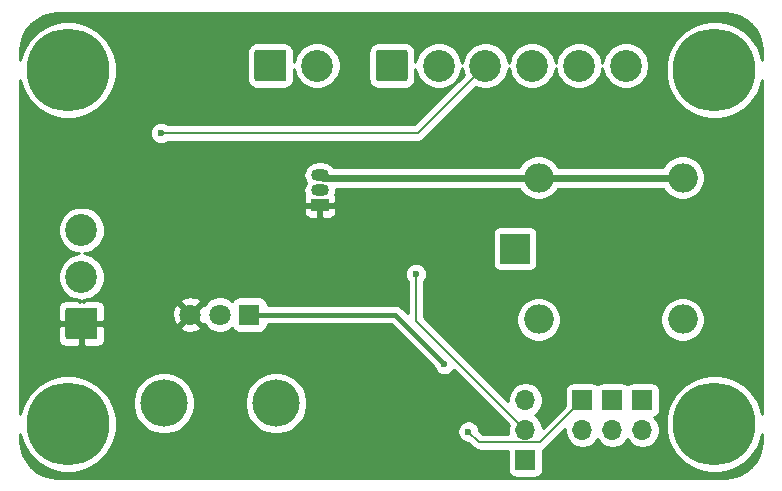
<source format=gbr>
G04 #@! TF.GenerationSoftware,KiCad,Pcbnew,(5.1.7)-1*
G04 #@! TF.CreationDate,2020-12-21T12:07:40-05:00*
G04 #@! TF.ProjectId,Fan Controller v3.0,46616e20-436f-46e7-9472-6f6c6c657220,A*
G04 #@! TF.SameCoordinates,Original*
G04 #@! TF.FileFunction,Copper,L2,Bot*
G04 #@! TF.FilePolarity,Positive*
%FSLAX46Y46*%
G04 Gerber Fmt 4.6, Leading zero omitted, Abs format (unit mm)*
G04 Created by KiCad (PCBNEW (5.1.7)-1) date 2020-12-21 12:07:40*
%MOMM*%
%LPD*%
G01*
G04 APERTURE LIST*
G04 #@! TA.AperFunction,ComponentPad*
%ADD10C,7.000000*%
G04 #@! TD*
G04 #@! TA.AperFunction,ComponentPad*
%ADD11R,1.500000X1.050000*%
G04 #@! TD*
G04 #@! TA.AperFunction,ComponentPad*
%ADD12O,1.500000X1.050000*%
G04 #@! TD*
G04 #@! TA.AperFunction,ComponentPad*
%ADD13R,1.800000X1.800000*%
G04 #@! TD*
G04 #@! TA.AperFunction,ComponentPad*
%ADD14C,1.800000*%
G04 #@! TD*
G04 #@! TA.AperFunction,ComponentPad*
%ADD15O,4.000000X4.000000*%
G04 #@! TD*
G04 #@! TA.AperFunction,ComponentPad*
%ADD16O,2.500000X2.500000*%
G04 #@! TD*
G04 #@! TA.AperFunction,ComponentPad*
%ADD17R,2.500000X2.500000*%
G04 #@! TD*
G04 #@! TA.AperFunction,ComponentPad*
%ADD18O,1.700000X1.700000*%
G04 #@! TD*
G04 #@! TA.AperFunction,ComponentPad*
%ADD19R,1.700000X1.700000*%
G04 #@! TD*
G04 #@! TA.AperFunction,ComponentPad*
%ADD20C,2.700000*%
G04 #@! TD*
G04 #@! TA.AperFunction,ViaPad*
%ADD21C,0.600000*%
G04 #@! TD*
G04 #@! TA.AperFunction,Conductor*
%ADD22C,0.400000*%
G04 #@! TD*
G04 #@! TA.AperFunction,Conductor*
%ADD23C,0.600000*%
G04 #@! TD*
G04 #@! TA.AperFunction,Conductor*
%ADD24C,0.200000*%
G04 #@! TD*
G04 #@! TA.AperFunction,Conductor*
%ADD25C,0.127000*%
G04 #@! TD*
G04 #@! TA.AperFunction,Conductor*
%ADD26C,0.254000*%
G04 #@! TD*
G04 #@! TA.AperFunction,Conductor*
%ADD27C,0.152400*%
G04 #@! TD*
G04 APERTURE END LIST*
D10*
G04 #@! TO.P,REF\u002A\u002A,1*
G04 #@! TO.N,N/C*
X144399000Y-43561000D03*
G04 #@! TD*
G04 #@! TO.P,REF\u002A\u002A,1*
G04 #@! TO.N,N/C*
X199136000Y-73533000D03*
G04 #@! TD*
G04 #@! TO.P,REF\u002A\u002A,1*
G04 #@! TO.N,N/C*
X199136000Y-43561000D03*
G04 #@! TD*
G04 #@! TO.P,REF\u002A\u002A,1*
G04 #@! TO.N,N/C*
X144399000Y-73533000D03*
G04 #@! TD*
D11*
G04 #@! TO.P,U1,1*
G04 #@! TO.N,+3V3*
X165735000Y-54991000D03*
D12*
G04 #@! TO.P,U1,3*
G04 #@! TO.N,+12V*
X165735000Y-52451000D03*
G04 #@! TO.P,U1,2*
G04 #@! TO.N,FAN_GND*
X165735000Y-53721000D03*
G04 #@! TD*
D13*
G04 #@! TO.P,RV1,1*
G04 #@! TO.N,FAN_GND*
X159766000Y-64262000D03*
D14*
G04 #@! TO.P,RV1,2*
G04 #@! TO.N,POT_WIPER*
X157266000Y-64262000D03*
G04 #@! TO.P,RV1,3*
G04 #@! TO.N,+3V3*
X154766000Y-64262000D03*
D15*
G04 #@! TO.P,RV1,*
G04 #@! TO.N,*
X162016000Y-71762000D03*
X152516000Y-71762000D03*
G04 #@! TD*
D16*
G04 #@! TO.P,K1,5*
G04 #@! TO.N,+12V*
X184245000Y-52674000D03*
G04 #@! TO.P,K1,4*
X196445000Y-52674000D03*
G04 #@! TO.P,K1,3*
G04 #@! TO.N,N/C*
X196445000Y-64674000D03*
G04 #@! TO.P,K1,2*
G04 #@! TO.N,Net-(D1-Pad2)*
X184245000Y-64674000D03*
D17*
G04 #@! TO.P,K1,1*
G04 #@! TO.N,FAN_12P*
X182245000Y-58674000D03*
G04 #@! TD*
D18*
G04 #@! TO.P,JP4,3*
G04 #@! TO.N,FAN_GND*
X183134000Y-71501000D03*
G04 #@! TO.P,JP4,2*
G04 #@! TO.N,TIMER_RUNNING_N*
X183134000Y-74041000D03*
D19*
G04 #@! TO.P,JP4,1*
G04 #@! TO.N,Net-(JP4-Pad1)*
X183134000Y-76581000D03*
G04 #@! TD*
D18*
G04 #@! TO.P,JP3,2*
G04 #@! TO.N,Net-(JP3-Pad2)*
X187960000Y-74041000D03*
D19*
G04 #@! TO.P,JP3,1*
G04 #@! TO.N,Net-(JP1-Pad1)*
X187960000Y-71501000D03*
G04 #@! TD*
D18*
G04 #@! TO.P,JP2,2*
G04 #@! TO.N,Net-(JP2-Pad2)*
X190500000Y-74041000D03*
D19*
G04 #@! TO.P,JP2,1*
G04 #@! TO.N,Net-(JP1-Pad1)*
X190500000Y-71501000D03*
G04 #@! TD*
D18*
G04 #@! TO.P,JP1,2*
G04 #@! TO.N,Net-(JP1-Pad2)*
X193040000Y-74041000D03*
D19*
G04 #@! TO.P,JP1,1*
G04 #@! TO.N,Net-(JP1-Pad1)*
X193040000Y-71501000D03*
G04 #@! TD*
D20*
G04 #@! TO.P,J3,6*
G04 #@! TO.N,Net-(J3-Pad6)*
X191631000Y-43180000D03*
G04 #@! TO.P,J3,5*
G04 #@! TO.N,FAN_GND*
X187671000Y-43180000D03*
G04 #@! TO.P,J3,4*
G04 #@! TO.N,Net-(J3-Pad4)*
X183711000Y-43180000D03*
G04 #@! TO.P,J3,3*
G04 #@! TO.N,FAN_PWM*
X179751000Y-43180000D03*
G04 #@! TO.P,J3,2*
G04 #@! TO.N,FAN_GND*
X175791000Y-43180000D03*
G04 #@! TO.P,J3,1*
G04 #@! TO.N,FAN_12P*
G04 #@! TA.AperFunction,ComponentPad*
G36*
G01*
X170481000Y-44279999D02*
X170481000Y-42080001D01*
G75*
G02*
X170731001Y-41830000I250001J0D01*
G01*
X172930999Y-41830000D01*
G75*
G02*
X173181000Y-42080001I0J-250001D01*
G01*
X173181000Y-44279999D01*
G75*
G02*
X172930999Y-44530000I-250001J0D01*
G01*
X170731001Y-44530000D01*
G75*
G02*
X170481000Y-44279999I0J250001D01*
G01*
G37*
G04 #@! TD.AperFunction*
G04 #@! TD*
G04 #@! TO.P,J2,3*
G04 #@! TO.N,FAN_GND*
X145542000Y-57104000D03*
G04 #@! TO.P,J2,2*
G04 #@! TO.N,POT_WIPER*
X145542000Y-61064000D03*
G04 #@! TO.P,J2,1*
G04 #@! TO.N,+3V3*
G04 #@! TA.AperFunction,ComponentPad*
G36*
G01*
X146641999Y-66374000D02*
X144442001Y-66374000D01*
G75*
G02*
X144192000Y-66123999I0J250001D01*
G01*
X144192000Y-63924001D01*
G75*
G02*
X144442001Y-63674000I250001J0D01*
G01*
X146641999Y-63674000D01*
G75*
G02*
X146892000Y-63924001I0J-250001D01*
G01*
X146892000Y-66123999D01*
G75*
G02*
X146641999Y-66374000I-250001J0D01*
G01*
G37*
G04 #@! TD.AperFunction*
G04 #@! TD*
G04 #@! TO.P,J1,2*
G04 #@! TO.N,FAN_GND*
X165504000Y-43180000D03*
G04 #@! TO.P,J1,1*
G04 #@! TO.N,Net-(F1-Pad2)*
G04 #@! TA.AperFunction,ComponentPad*
G36*
G01*
X160194000Y-44279999D02*
X160194000Y-42080001D01*
G75*
G02*
X160444001Y-41830000I250001J0D01*
G01*
X162643999Y-41830000D01*
G75*
G02*
X162894000Y-42080001I0J-250001D01*
G01*
X162894000Y-44279999D01*
G75*
G02*
X162643999Y-44530000I-250001J0D01*
G01*
X160444001Y-44530000D01*
G75*
G02*
X160194000Y-44279999I0J250001D01*
G01*
G37*
G04 #@! TD.AperFunction*
G04 #@! TD*
D21*
G04 #@! TO.N,FAN_GND*
X176276000Y-68453000D03*
G04 #@! TO.N,+3V3*
X176276000Y-70358000D03*
X168021000Y-67818000D03*
X168275000Y-61595000D03*
X176784000Y-60833000D03*
X148971000Y-52070000D03*
G04 #@! TO.N,FAN_PWM*
X152273000Y-48895000D03*
G04 #@! TO.N,Net-(JP1-Pad1)*
X178308000Y-74168000D03*
G04 #@! TO.N,TIMER_RUNNING_N*
X173863000Y-60833000D03*
G04 #@! TD*
D22*
G04 #@! TO.N,FAN_GND*
X172085000Y-64262000D02*
X176276000Y-68453000D01*
X159766000Y-64262000D02*
X172085000Y-64262000D01*
D23*
G04 #@! TO.N,+12V*
X165958000Y-52674000D02*
X165735000Y-52451000D01*
X184245000Y-52674000D02*
X165958000Y-52674000D01*
X184245000Y-52674000D02*
X196445000Y-52674000D01*
D24*
G04 #@! TO.N,FAN_PWM*
X174036000Y-48895000D02*
X179751000Y-43180000D01*
X152273000Y-48895000D02*
X174036000Y-48895000D01*
D25*
G04 #@! TO.N,Net-(JP1-Pad1)*
X179221501Y-75081501D02*
X184379499Y-75081501D01*
X184379499Y-75081501D02*
X187960000Y-71501000D01*
X178308000Y-74168000D02*
X179221501Y-75081501D01*
G04 #@! TO.N,TIMER_RUNNING_N*
X173863000Y-64770000D02*
X183134000Y-74041000D01*
X173863000Y-60833000D02*
X173863000Y-64770000D01*
G04 #@! TD*
D26*
G04 #@! TO.N,+3V3*
X200637380Y-38817231D02*
X201226446Y-38995080D01*
X201769740Y-39283954D01*
X202246580Y-39672855D01*
X202638801Y-40146968D01*
X202931462Y-40688234D01*
X203113419Y-41276040D01*
X203180950Y-41918562D01*
X203180950Y-42701027D01*
X203112094Y-42354865D01*
X202800389Y-41602343D01*
X202347864Y-40925091D01*
X201771909Y-40349136D01*
X201094657Y-39896611D01*
X200342135Y-39584906D01*
X199543262Y-39426000D01*
X198728738Y-39426000D01*
X197929865Y-39584906D01*
X197177343Y-39896611D01*
X196500091Y-40349136D01*
X195924136Y-40925091D01*
X195471611Y-41602343D01*
X195159906Y-42354865D01*
X195001000Y-43153738D01*
X195001000Y-43968262D01*
X195159906Y-44767135D01*
X195471611Y-45519657D01*
X195924136Y-46196909D01*
X196500091Y-46772864D01*
X197177343Y-47225389D01*
X197929865Y-47537094D01*
X198728738Y-47696000D01*
X199543262Y-47696000D01*
X200342135Y-47537094D01*
X201094657Y-47225389D01*
X201771909Y-46772864D01*
X202347864Y-46196909D01*
X202800389Y-45519657D01*
X203112094Y-44767135D01*
X203180950Y-44420973D01*
X203180951Y-72673032D01*
X203112094Y-72326865D01*
X202800389Y-71574343D01*
X202347864Y-70897091D01*
X201771909Y-70321136D01*
X201094657Y-69868611D01*
X200342135Y-69556906D01*
X199543262Y-69398000D01*
X198728738Y-69398000D01*
X197929865Y-69556906D01*
X197177343Y-69868611D01*
X196500091Y-70321136D01*
X195924136Y-70897091D01*
X195471611Y-71574343D01*
X195159906Y-72326865D01*
X195001000Y-73125738D01*
X195001000Y-73940262D01*
X195159906Y-74739135D01*
X195471611Y-75491657D01*
X195924136Y-76168909D01*
X196500091Y-76744864D01*
X197177343Y-77197389D01*
X197929865Y-77509094D01*
X198728738Y-77668000D01*
X199543262Y-77668000D01*
X200342135Y-77509094D01*
X201094657Y-77197389D01*
X201771909Y-76744864D01*
X202347864Y-76168909D01*
X202800389Y-75491657D01*
X203112094Y-74739135D01*
X203180951Y-74392968D01*
X203180951Y-74898006D01*
X203117769Y-75542380D01*
X202939920Y-76131445D01*
X202651046Y-76674741D01*
X202262145Y-77151580D01*
X201788033Y-77543799D01*
X201246765Y-77836462D01*
X200658960Y-78018419D01*
X200016438Y-78085950D01*
X143541983Y-78085950D01*
X142897620Y-78022769D01*
X142308555Y-77844920D01*
X141765259Y-77556046D01*
X141288420Y-77167145D01*
X140896201Y-76693033D01*
X140603538Y-76151765D01*
X140421581Y-75563960D01*
X140354050Y-74921438D01*
X140354050Y-74392973D01*
X140422906Y-74739135D01*
X140734611Y-75491657D01*
X141187136Y-76168909D01*
X141763091Y-76744864D01*
X142440343Y-77197389D01*
X143192865Y-77509094D01*
X143991738Y-77668000D01*
X144806262Y-77668000D01*
X145605135Y-77509094D01*
X146357657Y-77197389D01*
X147034909Y-76744864D01*
X147610864Y-76168909D01*
X148063389Y-75491657D01*
X148375094Y-74739135D01*
X148534000Y-73940262D01*
X148534000Y-73125738D01*
X148375094Y-72326865D01*
X148063389Y-71574343D01*
X148015369Y-71502475D01*
X149881000Y-71502475D01*
X149881000Y-72021525D01*
X149982261Y-72530601D01*
X150180893Y-73010141D01*
X150469262Y-73441715D01*
X150836285Y-73808738D01*
X151267859Y-74097107D01*
X151747399Y-74295739D01*
X152256475Y-74397000D01*
X152775525Y-74397000D01*
X153284601Y-74295739D01*
X153764141Y-74097107D01*
X154195715Y-73808738D01*
X154562738Y-73441715D01*
X154851107Y-73010141D01*
X155049739Y-72530601D01*
X155151000Y-72021525D01*
X155151000Y-71502475D01*
X159381000Y-71502475D01*
X159381000Y-72021525D01*
X159482261Y-72530601D01*
X159680893Y-73010141D01*
X159969262Y-73441715D01*
X160336285Y-73808738D01*
X160767859Y-74097107D01*
X161247399Y-74295739D01*
X161756475Y-74397000D01*
X162275525Y-74397000D01*
X162784601Y-74295739D01*
X163264141Y-74097107D01*
X163695715Y-73808738D01*
X164062738Y-73441715D01*
X164351107Y-73010141D01*
X164549739Y-72530601D01*
X164651000Y-72021525D01*
X164651000Y-71502475D01*
X164549739Y-70993399D01*
X164351107Y-70513859D01*
X164062738Y-70082285D01*
X163695715Y-69715262D01*
X163264141Y-69426893D01*
X162784601Y-69228261D01*
X162275525Y-69127000D01*
X161756475Y-69127000D01*
X161247399Y-69228261D01*
X160767859Y-69426893D01*
X160336285Y-69715262D01*
X159969262Y-70082285D01*
X159680893Y-70513859D01*
X159482261Y-70993399D01*
X159381000Y-71502475D01*
X155151000Y-71502475D01*
X155049739Y-70993399D01*
X154851107Y-70513859D01*
X154562738Y-70082285D01*
X154195715Y-69715262D01*
X153764141Y-69426893D01*
X153284601Y-69228261D01*
X152775525Y-69127000D01*
X152256475Y-69127000D01*
X151747399Y-69228261D01*
X151267859Y-69426893D01*
X150836285Y-69715262D01*
X150469262Y-70082285D01*
X150180893Y-70513859D01*
X149982261Y-70993399D01*
X149881000Y-71502475D01*
X148015369Y-71502475D01*
X147610864Y-70897091D01*
X147034909Y-70321136D01*
X146357657Y-69868611D01*
X145605135Y-69556906D01*
X144806262Y-69398000D01*
X143991738Y-69398000D01*
X143192865Y-69556906D01*
X142440343Y-69868611D01*
X141763091Y-70321136D01*
X141187136Y-70897091D01*
X140734611Y-71574343D01*
X140422906Y-72326865D01*
X140354050Y-72673027D01*
X140354050Y-66374000D01*
X143553928Y-66374000D01*
X143566188Y-66498482D01*
X143602498Y-66618180D01*
X143661463Y-66728494D01*
X143740815Y-66825185D01*
X143837506Y-66904537D01*
X143947820Y-66963502D01*
X144067518Y-66999812D01*
X144192000Y-67012072D01*
X145256250Y-67009000D01*
X145415000Y-66850250D01*
X145415000Y-65151000D01*
X145669000Y-65151000D01*
X145669000Y-66850250D01*
X145827750Y-67009000D01*
X146892000Y-67012072D01*
X147016482Y-66999812D01*
X147136180Y-66963502D01*
X147246494Y-66904537D01*
X147343185Y-66825185D01*
X147422537Y-66728494D01*
X147481502Y-66618180D01*
X147517812Y-66498482D01*
X147530072Y-66374000D01*
X147527048Y-65326080D01*
X153881525Y-65326080D01*
X153965208Y-65580261D01*
X154237775Y-65711158D01*
X154530642Y-65786365D01*
X154832553Y-65802991D01*
X155131907Y-65760397D01*
X155417199Y-65660222D01*
X155566792Y-65580261D01*
X155650475Y-65326080D01*
X154766000Y-64441605D01*
X153881525Y-65326080D01*
X147527048Y-65326080D01*
X147527000Y-65309750D01*
X147368250Y-65151000D01*
X145669000Y-65151000D01*
X145415000Y-65151000D01*
X143715750Y-65151000D01*
X143557000Y-65309750D01*
X143553928Y-66374000D01*
X140354050Y-66374000D01*
X140354050Y-63674000D01*
X143553928Y-63674000D01*
X143557000Y-64738250D01*
X143715750Y-64897000D01*
X145415000Y-64897000D01*
X145415000Y-64877000D01*
X145669000Y-64877000D01*
X145669000Y-64897000D01*
X147368250Y-64897000D01*
X147527000Y-64738250D01*
X147528182Y-64328553D01*
X153225009Y-64328553D01*
X153267603Y-64627907D01*
X153367778Y-64913199D01*
X153447739Y-65062792D01*
X153701920Y-65146475D01*
X154586395Y-64262000D01*
X154945605Y-64262000D01*
X155830080Y-65146475D01*
X155978262Y-65097690D01*
X156073688Y-65240505D01*
X156287495Y-65454312D01*
X156538905Y-65622299D01*
X156818257Y-65738011D01*
X157114816Y-65797000D01*
X157417184Y-65797000D01*
X157713743Y-65738011D01*
X157993095Y-65622299D01*
X158244505Y-65454312D01*
X158282120Y-65416697D01*
X158335463Y-65516494D01*
X158414815Y-65613185D01*
X158511506Y-65692537D01*
X158621820Y-65751502D01*
X158741518Y-65787812D01*
X158866000Y-65800072D01*
X160666000Y-65800072D01*
X160790482Y-65787812D01*
X160910180Y-65751502D01*
X161020494Y-65692537D01*
X161117185Y-65613185D01*
X161196537Y-65516494D01*
X161255502Y-65406180D01*
X161291812Y-65286482D01*
X161304072Y-65162000D01*
X161304072Y-65097000D01*
X171739133Y-65097000D01*
X175383346Y-68741214D01*
X175447414Y-68895889D01*
X175549738Y-69049028D01*
X175679972Y-69179262D01*
X175833111Y-69281586D01*
X176003271Y-69352068D01*
X176183911Y-69388000D01*
X176368089Y-69388000D01*
X176548729Y-69352068D01*
X176718889Y-69281586D01*
X176872028Y-69179262D01*
X177002262Y-69049028D01*
X177063120Y-68957947D01*
X181708102Y-73602930D01*
X181706068Y-73607842D01*
X181649000Y-73894740D01*
X181649000Y-74187260D01*
X181687936Y-74383001D01*
X179510829Y-74383001D01*
X179243000Y-74115173D01*
X179243000Y-74075911D01*
X179207068Y-73895271D01*
X179136586Y-73725111D01*
X179034262Y-73571972D01*
X178904028Y-73441738D01*
X178750889Y-73339414D01*
X178580729Y-73268932D01*
X178400089Y-73233000D01*
X178215911Y-73233000D01*
X178035271Y-73268932D01*
X177865111Y-73339414D01*
X177711972Y-73441738D01*
X177581738Y-73571972D01*
X177479414Y-73725111D01*
X177408932Y-73895271D01*
X177373000Y-74075911D01*
X177373000Y-74260089D01*
X177408932Y-74440729D01*
X177479414Y-74610889D01*
X177581738Y-74764028D01*
X177711972Y-74894262D01*
X177865111Y-74996586D01*
X178035271Y-75067068D01*
X178215911Y-75103000D01*
X178255173Y-75103000D01*
X178703330Y-75551158D01*
X178725198Y-75577804D01*
X178751844Y-75599672D01*
X178751847Y-75599675D01*
X178831558Y-75665092D01*
X178952904Y-75729953D01*
X179084571Y-75769894D01*
X179187192Y-75780001D01*
X179187203Y-75780001D01*
X179221501Y-75783379D01*
X179255799Y-75780001D01*
X181645928Y-75780001D01*
X181645928Y-77431000D01*
X181658188Y-77555482D01*
X181694498Y-77675180D01*
X181753463Y-77785494D01*
X181832815Y-77882185D01*
X181929506Y-77961537D01*
X182039820Y-78020502D01*
X182159518Y-78056812D01*
X182284000Y-78069072D01*
X183984000Y-78069072D01*
X184108482Y-78056812D01*
X184228180Y-78020502D01*
X184338494Y-77961537D01*
X184435185Y-77882185D01*
X184514537Y-77785494D01*
X184573502Y-77675180D01*
X184609812Y-77555482D01*
X184622072Y-77431000D01*
X184622072Y-75737847D01*
X184648096Y-75729953D01*
X184769442Y-75665092D01*
X184875802Y-75577804D01*
X184897674Y-75551153D01*
X186475000Y-73973828D01*
X186475000Y-74187260D01*
X186532068Y-74474158D01*
X186644010Y-74744411D01*
X186806525Y-74987632D01*
X187013368Y-75194475D01*
X187256589Y-75356990D01*
X187526842Y-75468932D01*
X187813740Y-75526000D01*
X188106260Y-75526000D01*
X188393158Y-75468932D01*
X188663411Y-75356990D01*
X188906632Y-75194475D01*
X189113475Y-74987632D01*
X189230000Y-74813240D01*
X189346525Y-74987632D01*
X189553368Y-75194475D01*
X189796589Y-75356990D01*
X190066842Y-75468932D01*
X190353740Y-75526000D01*
X190646260Y-75526000D01*
X190933158Y-75468932D01*
X191203411Y-75356990D01*
X191446632Y-75194475D01*
X191653475Y-74987632D01*
X191770000Y-74813240D01*
X191886525Y-74987632D01*
X192093368Y-75194475D01*
X192336589Y-75356990D01*
X192606842Y-75468932D01*
X192893740Y-75526000D01*
X193186260Y-75526000D01*
X193473158Y-75468932D01*
X193743411Y-75356990D01*
X193986632Y-75194475D01*
X194193475Y-74987632D01*
X194355990Y-74744411D01*
X194467932Y-74474158D01*
X194525000Y-74187260D01*
X194525000Y-73894740D01*
X194467932Y-73607842D01*
X194355990Y-73337589D01*
X194193475Y-73094368D01*
X194061620Y-72962513D01*
X194134180Y-72940502D01*
X194244494Y-72881537D01*
X194341185Y-72802185D01*
X194420537Y-72705494D01*
X194479502Y-72595180D01*
X194515812Y-72475482D01*
X194528072Y-72351000D01*
X194528072Y-70651000D01*
X194515812Y-70526518D01*
X194479502Y-70406820D01*
X194420537Y-70296506D01*
X194341185Y-70199815D01*
X194244494Y-70120463D01*
X194134180Y-70061498D01*
X194014482Y-70025188D01*
X193890000Y-70012928D01*
X192190000Y-70012928D01*
X192065518Y-70025188D01*
X191945820Y-70061498D01*
X191835506Y-70120463D01*
X191770000Y-70174222D01*
X191704494Y-70120463D01*
X191594180Y-70061498D01*
X191474482Y-70025188D01*
X191350000Y-70012928D01*
X189650000Y-70012928D01*
X189525518Y-70025188D01*
X189405820Y-70061498D01*
X189295506Y-70120463D01*
X189230000Y-70174222D01*
X189164494Y-70120463D01*
X189054180Y-70061498D01*
X188934482Y-70025188D01*
X188810000Y-70012928D01*
X187110000Y-70012928D01*
X186985518Y-70025188D01*
X186865820Y-70061498D01*
X186755506Y-70120463D01*
X186658815Y-70199815D01*
X186579463Y-70296506D01*
X186520498Y-70406820D01*
X186484188Y-70526518D01*
X186471928Y-70651000D01*
X186471928Y-72001244D01*
X184612269Y-73860903D01*
X184561932Y-73607842D01*
X184449990Y-73337589D01*
X184287475Y-73094368D01*
X184080632Y-72887525D01*
X183906240Y-72771000D01*
X184080632Y-72654475D01*
X184287475Y-72447632D01*
X184449990Y-72204411D01*
X184561932Y-71934158D01*
X184619000Y-71647260D01*
X184619000Y-71354740D01*
X184561932Y-71067842D01*
X184449990Y-70797589D01*
X184287475Y-70554368D01*
X184080632Y-70347525D01*
X183837411Y-70185010D01*
X183567158Y-70073068D01*
X183280260Y-70016000D01*
X182987740Y-70016000D01*
X182700842Y-70073068D01*
X182430589Y-70185010D01*
X182187368Y-70347525D01*
X181980525Y-70554368D01*
X181818010Y-70797589D01*
X181706068Y-71067842D01*
X181649000Y-71354740D01*
X181649000Y-71568172D01*
X174569172Y-64488344D01*
X182360000Y-64488344D01*
X182360000Y-64859656D01*
X182432439Y-65223834D01*
X182574534Y-65566882D01*
X182780825Y-65875618D01*
X183043382Y-66138175D01*
X183352118Y-66344466D01*
X183695166Y-66486561D01*
X184059344Y-66559000D01*
X184430656Y-66559000D01*
X184794834Y-66486561D01*
X185137882Y-66344466D01*
X185446618Y-66138175D01*
X185709175Y-65875618D01*
X185915466Y-65566882D01*
X186057561Y-65223834D01*
X186130000Y-64859656D01*
X186130000Y-64488344D01*
X194560000Y-64488344D01*
X194560000Y-64859656D01*
X194632439Y-65223834D01*
X194774534Y-65566882D01*
X194980825Y-65875618D01*
X195243382Y-66138175D01*
X195552118Y-66344466D01*
X195895166Y-66486561D01*
X196259344Y-66559000D01*
X196630656Y-66559000D01*
X196994834Y-66486561D01*
X197337882Y-66344466D01*
X197646618Y-66138175D01*
X197909175Y-65875618D01*
X198115466Y-65566882D01*
X198257561Y-65223834D01*
X198330000Y-64859656D01*
X198330000Y-64488344D01*
X198257561Y-64124166D01*
X198115466Y-63781118D01*
X197909175Y-63472382D01*
X197646618Y-63209825D01*
X197337882Y-63003534D01*
X196994834Y-62861439D01*
X196630656Y-62789000D01*
X196259344Y-62789000D01*
X195895166Y-62861439D01*
X195552118Y-63003534D01*
X195243382Y-63209825D01*
X194980825Y-63472382D01*
X194774534Y-63781118D01*
X194632439Y-64124166D01*
X194560000Y-64488344D01*
X186130000Y-64488344D01*
X186057561Y-64124166D01*
X185915466Y-63781118D01*
X185709175Y-63472382D01*
X185446618Y-63209825D01*
X185137882Y-63003534D01*
X184794834Y-62861439D01*
X184430656Y-62789000D01*
X184059344Y-62789000D01*
X183695166Y-62861439D01*
X183352118Y-63003534D01*
X183043382Y-63209825D01*
X182780825Y-63472382D01*
X182574534Y-63781118D01*
X182432439Y-64124166D01*
X182360000Y-64488344D01*
X174569172Y-64488344D01*
X174561500Y-64480673D01*
X174561500Y-61456790D01*
X174589262Y-61429028D01*
X174691586Y-61275889D01*
X174762068Y-61105729D01*
X174798000Y-60925089D01*
X174798000Y-60740911D01*
X174762068Y-60560271D01*
X174691586Y-60390111D01*
X174589262Y-60236972D01*
X174459028Y-60106738D01*
X174305889Y-60004414D01*
X174135729Y-59933932D01*
X173955089Y-59898000D01*
X173770911Y-59898000D01*
X173590271Y-59933932D01*
X173420111Y-60004414D01*
X173266972Y-60106738D01*
X173136738Y-60236972D01*
X173034414Y-60390111D01*
X172963932Y-60560271D01*
X172928000Y-60740911D01*
X172928000Y-60925089D01*
X172963932Y-61105729D01*
X173034414Y-61275889D01*
X173136738Y-61429028D01*
X173164500Y-61456790D01*
X173164501Y-64160634D01*
X172704446Y-63700579D01*
X172678291Y-63668709D01*
X172551146Y-63564364D01*
X172406087Y-63486828D01*
X172248689Y-63439082D01*
X172126019Y-63427000D01*
X172126018Y-63427000D01*
X172085000Y-63422960D01*
X172043982Y-63427000D01*
X161304072Y-63427000D01*
X161304072Y-63362000D01*
X161291812Y-63237518D01*
X161255502Y-63117820D01*
X161196537Y-63007506D01*
X161117185Y-62910815D01*
X161020494Y-62831463D01*
X160910180Y-62772498D01*
X160790482Y-62736188D01*
X160666000Y-62723928D01*
X158866000Y-62723928D01*
X158741518Y-62736188D01*
X158621820Y-62772498D01*
X158511506Y-62831463D01*
X158414815Y-62910815D01*
X158335463Y-63007506D01*
X158282120Y-63107303D01*
X158244505Y-63069688D01*
X157993095Y-62901701D01*
X157713743Y-62785989D01*
X157417184Y-62727000D01*
X157114816Y-62727000D01*
X156818257Y-62785989D01*
X156538905Y-62901701D01*
X156287495Y-63069688D01*
X156073688Y-63283495D01*
X155978262Y-63426310D01*
X155830080Y-63377525D01*
X154945605Y-64262000D01*
X154586395Y-64262000D01*
X153701920Y-63377525D01*
X153447739Y-63461208D01*
X153316842Y-63733775D01*
X153241635Y-64026642D01*
X153225009Y-64328553D01*
X147528182Y-64328553D01*
X147530072Y-63674000D01*
X147517812Y-63549518D01*
X147481502Y-63429820D01*
X147422537Y-63319506D01*
X147343185Y-63222815D01*
X147312851Y-63197920D01*
X153881525Y-63197920D01*
X154766000Y-64082395D01*
X155650475Y-63197920D01*
X155566792Y-62943739D01*
X155294225Y-62812842D01*
X155001358Y-62737635D01*
X154699447Y-62721009D01*
X154400093Y-62763603D01*
X154114801Y-62863778D01*
X153965208Y-62943739D01*
X153881525Y-63197920D01*
X147312851Y-63197920D01*
X147246494Y-63143463D01*
X147136180Y-63084498D01*
X147016482Y-63048188D01*
X146892000Y-63035928D01*
X145827750Y-63039000D01*
X145669002Y-63197748D01*
X145669002Y-63049000D01*
X145737505Y-63049000D01*
X146121003Y-62972718D01*
X146482250Y-62823085D01*
X146807364Y-62605851D01*
X147083851Y-62329364D01*
X147301085Y-62004250D01*
X147450718Y-61643003D01*
X147527000Y-61259505D01*
X147527000Y-60868495D01*
X147450718Y-60484997D01*
X147301085Y-60123750D01*
X147083851Y-59798636D01*
X146807364Y-59522149D01*
X146482250Y-59304915D01*
X146121003Y-59155282D01*
X145762642Y-59084000D01*
X146121003Y-59012718D01*
X146482250Y-58863085D01*
X146807364Y-58645851D01*
X147083851Y-58369364D01*
X147301085Y-58044250D01*
X147450718Y-57683003D01*
X147502236Y-57424000D01*
X180356928Y-57424000D01*
X180356928Y-59924000D01*
X180369188Y-60048482D01*
X180405498Y-60168180D01*
X180464463Y-60278494D01*
X180543815Y-60375185D01*
X180640506Y-60454537D01*
X180750820Y-60513502D01*
X180870518Y-60549812D01*
X180995000Y-60562072D01*
X183495000Y-60562072D01*
X183619482Y-60549812D01*
X183739180Y-60513502D01*
X183849494Y-60454537D01*
X183946185Y-60375185D01*
X184025537Y-60278494D01*
X184084502Y-60168180D01*
X184120812Y-60048482D01*
X184133072Y-59924000D01*
X184133072Y-57424000D01*
X184120812Y-57299518D01*
X184084502Y-57179820D01*
X184025537Y-57069506D01*
X183946185Y-56972815D01*
X183849494Y-56893463D01*
X183739180Y-56834498D01*
X183619482Y-56798188D01*
X183495000Y-56785928D01*
X180995000Y-56785928D01*
X180870518Y-56798188D01*
X180750820Y-56834498D01*
X180640506Y-56893463D01*
X180543815Y-56972815D01*
X180464463Y-57069506D01*
X180405498Y-57179820D01*
X180369188Y-57299518D01*
X180356928Y-57424000D01*
X147502236Y-57424000D01*
X147527000Y-57299505D01*
X147527000Y-56908495D01*
X147450718Y-56524997D01*
X147301085Y-56163750D01*
X147083851Y-55838636D01*
X146807364Y-55562149D01*
X146738298Y-55516000D01*
X164346928Y-55516000D01*
X164359188Y-55640482D01*
X164395498Y-55760180D01*
X164454463Y-55870494D01*
X164533815Y-55967185D01*
X164630506Y-56046537D01*
X164740820Y-56105502D01*
X164860518Y-56141812D01*
X164985000Y-56154072D01*
X165449250Y-56151000D01*
X165608000Y-55992250D01*
X165608000Y-55118000D01*
X165862000Y-55118000D01*
X165862000Y-55992250D01*
X166020750Y-56151000D01*
X166485000Y-56154072D01*
X166609482Y-56141812D01*
X166729180Y-56105502D01*
X166839494Y-56046537D01*
X166936185Y-55967185D01*
X167015537Y-55870494D01*
X167074502Y-55760180D01*
X167110812Y-55640482D01*
X167123072Y-55516000D01*
X167120000Y-55276750D01*
X166961250Y-55118000D01*
X165862000Y-55118000D01*
X165608000Y-55118000D01*
X164508750Y-55118000D01*
X164350000Y-55276750D01*
X164346928Y-55516000D01*
X146738298Y-55516000D01*
X146482250Y-55344915D01*
X146121003Y-55195282D01*
X145737505Y-55119000D01*
X145346495Y-55119000D01*
X144962997Y-55195282D01*
X144601750Y-55344915D01*
X144276636Y-55562149D01*
X144000149Y-55838636D01*
X143782915Y-56163750D01*
X143633282Y-56524997D01*
X143557000Y-56908495D01*
X143557000Y-57299505D01*
X143633282Y-57683003D01*
X143782915Y-58044250D01*
X144000149Y-58369364D01*
X144276636Y-58645851D01*
X144601750Y-58863085D01*
X144962997Y-59012718D01*
X145321358Y-59084000D01*
X144962997Y-59155282D01*
X144601750Y-59304915D01*
X144276636Y-59522149D01*
X144000149Y-59798636D01*
X143782915Y-60123750D01*
X143633282Y-60484997D01*
X143557000Y-60868495D01*
X143557000Y-61259505D01*
X143633282Y-61643003D01*
X143782915Y-62004250D01*
X144000149Y-62329364D01*
X144276636Y-62605851D01*
X144601750Y-62823085D01*
X144962997Y-62972718D01*
X145346495Y-63049000D01*
X145414998Y-63049000D01*
X145414998Y-63197748D01*
X145256250Y-63039000D01*
X144192000Y-63035928D01*
X144067518Y-63048188D01*
X143947820Y-63084498D01*
X143837506Y-63143463D01*
X143740815Y-63222815D01*
X143661463Y-63319506D01*
X143602498Y-63429820D01*
X143566188Y-63549518D01*
X143553928Y-63674000D01*
X140354050Y-63674000D01*
X140354050Y-52451000D01*
X164344388Y-52451000D01*
X164366785Y-52678400D01*
X164433115Y-52897060D01*
X164534105Y-53086000D01*
X164433115Y-53274940D01*
X164366785Y-53493600D01*
X164344388Y-53721000D01*
X164366785Y-53948400D01*
X164430093Y-54157098D01*
X164395498Y-54221820D01*
X164359188Y-54341518D01*
X164346928Y-54466000D01*
X164350000Y-54705250D01*
X164508750Y-54864000D01*
X165281891Y-54864000D01*
X165282600Y-54864215D01*
X165453021Y-54881000D01*
X166016979Y-54881000D01*
X166187400Y-54864215D01*
X166188109Y-54864000D01*
X166961250Y-54864000D01*
X167120000Y-54705250D01*
X167123072Y-54466000D01*
X167110812Y-54341518D01*
X167074502Y-54221820D01*
X167039907Y-54157098D01*
X167103215Y-53948400D01*
X167125612Y-53721000D01*
X167114581Y-53609000D01*
X182602676Y-53609000D01*
X182780825Y-53875618D01*
X183043382Y-54138175D01*
X183352118Y-54344466D01*
X183695166Y-54486561D01*
X184059344Y-54559000D01*
X184430656Y-54559000D01*
X184794834Y-54486561D01*
X185137882Y-54344466D01*
X185446618Y-54138175D01*
X185709175Y-53875618D01*
X185887324Y-53609000D01*
X194802676Y-53609000D01*
X194980825Y-53875618D01*
X195243382Y-54138175D01*
X195552118Y-54344466D01*
X195895166Y-54486561D01*
X196259344Y-54559000D01*
X196630656Y-54559000D01*
X196994834Y-54486561D01*
X197337882Y-54344466D01*
X197646618Y-54138175D01*
X197909175Y-53875618D01*
X198115466Y-53566882D01*
X198257561Y-53223834D01*
X198330000Y-52859656D01*
X198330000Y-52488344D01*
X198257561Y-52124166D01*
X198115466Y-51781118D01*
X197909175Y-51472382D01*
X197646618Y-51209825D01*
X197337882Y-51003534D01*
X196994834Y-50861439D01*
X196630656Y-50789000D01*
X196259344Y-50789000D01*
X195895166Y-50861439D01*
X195552118Y-51003534D01*
X195243382Y-51209825D01*
X194980825Y-51472382D01*
X194802676Y-51739000D01*
X185887324Y-51739000D01*
X185709175Y-51472382D01*
X185446618Y-51209825D01*
X185137882Y-51003534D01*
X184794834Y-50861439D01*
X184430656Y-50789000D01*
X184059344Y-50789000D01*
X183695166Y-50861439D01*
X183352118Y-51003534D01*
X183043382Y-51209825D01*
X182780825Y-51472382D01*
X182602676Y-51739000D01*
X166876302Y-51739000D01*
X166784212Y-51626788D01*
X166607579Y-51481829D01*
X166406060Y-51374115D01*
X166187400Y-51307785D01*
X166016979Y-51291000D01*
X165453021Y-51291000D01*
X165282600Y-51307785D01*
X165063940Y-51374115D01*
X164862421Y-51481829D01*
X164685788Y-51626788D01*
X164540829Y-51803421D01*
X164433115Y-52004940D01*
X164366785Y-52223600D01*
X164344388Y-52451000D01*
X140354050Y-52451000D01*
X140354050Y-48802911D01*
X151338000Y-48802911D01*
X151338000Y-48987089D01*
X151373932Y-49167729D01*
X151444414Y-49337889D01*
X151546738Y-49491028D01*
X151676972Y-49621262D01*
X151830111Y-49723586D01*
X152000271Y-49794068D01*
X152180911Y-49830000D01*
X152365089Y-49830000D01*
X152545729Y-49794068D01*
X152715889Y-49723586D01*
X152855951Y-49630000D01*
X173999895Y-49630000D01*
X174036000Y-49633556D01*
X174072105Y-49630000D01*
X174180085Y-49619365D01*
X174318633Y-49577337D01*
X174446320Y-49509087D01*
X174558238Y-49417238D01*
X174581259Y-49389187D01*
X178966746Y-45003701D01*
X179171997Y-45088718D01*
X179555495Y-45165000D01*
X179946505Y-45165000D01*
X180330003Y-45088718D01*
X180691250Y-44939085D01*
X181016364Y-44721851D01*
X181292851Y-44445364D01*
X181510085Y-44120250D01*
X181659718Y-43759003D01*
X181731000Y-43400642D01*
X181802282Y-43759003D01*
X181951915Y-44120250D01*
X182169149Y-44445364D01*
X182445636Y-44721851D01*
X182770750Y-44939085D01*
X183131997Y-45088718D01*
X183515495Y-45165000D01*
X183906505Y-45165000D01*
X184290003Y-45088718D01*
X184651250Y-44939085D01*
X184976364Y-44721851D01*
X185252851Y-44445364D01*
X185470085Y-44120250D01*
X185619718Y-43759003D01*
X185691000Y-43400642D01*
X185762282Y-43759003D01*
X185911915Y-44120250D01*
X186129149Y-44445364D01*
X186405636Y-44721851D01*
X186730750Y-44939085D01*
X187091997Y-45088718D01*
X187475495Y-45165000D01*
X187866505Y-45165000D01*
X188250003Y-45088718D01*
X188611250Y-44939085D01*
X188936364Y-44721851D01*
X189212851Y-44445364D01*
X189430085Y-44120250D01*
X189579718Y-43759003D01*
X189651000Y-43400642D01*
X189722282Y-43759003D01*
X189871915Y-44120250D01*
X190089149Y-44445364D01*
X190365636Y-44721851D01*
X190690750Y-44939085D01*
X191051997Y-45088718D01*
X191435495Y-45165000D01*
X191826505Y-45165000D01*
X192210003Y-45088718D01*
X192571250Y-44939085D01*
X192896364Y-44721851D01*
X193172851Y-44445364D01*
X193390085Y-44120250D01*
X193539718Y-43759003D01*
X193616000Y-43375505D01*
X193616000Y-42984495D01*
X193539718Y-42600997D01*
X193390085Y-42239750D01*
X193172851Y-41914636D01*
X192896364Y-41638149D01*
X192571250Y-41420915D01*
X192210003Y-41271282D01*
X191826505Y-41195000D01*
X191435495Y-41195000D01*
X191051997Y-41271282D01*
X190690750Y-41420915D01*
X190365636Y-41638149D01*
X190089149Y-41914636D01*
X189871915Y-42239750D01*
X189722282Y-42600997D01*
X189651000Y-42959358D01*
X189579718Y-42600997D01*
X189430085Y-42239750D01*
X189212851Y-41914636D01*
X188936364Y-41638149D01*
X188611250Y-41420915D01*
X188250003Y-41271282D01*
X187866505Y-41195000D01*
X187475495Y-41195000D01*
X187091997Y-41271282D01*
X186730750Y-41420915D01*
X186405636Y-41638149D01*
X186129149Y-41914636D01*
X185911915Y-42239750D01*
X185762282Y-42600997D01*
X185691000Y-42959358D01*
X185619718Y-42600997D01*
X185470085Y-42239750D01*
X185252851Y-41914636D01*
X184976364Y-41638149D01*
X184651250Y-41420915D01*
X184290003Y-41271282D01*
X183906505Y-41195000D01*
X183515495Y-41195000D01*
X183131997Y-41271282D01*
X182770750Y-41420915D01*
X182445636Y-41638149D01*
X182169149Y-41914636D01*
X181951915Y-42239750D01*
X181802282Y-42600997D01*
X181731000Y-42959358D01*
X181659718Y-42600997D01*
X181510085Y-42239750D01*
X181292851Y-41914636D01*
X181016364Y-41638149D01*
X180691250Y-41420915D01*
X180330003Y-41271282D01*
X179946505Y-41195000D01*
X179555495Y-41195000D01*
X179171997Y-41271282D01*
X178810750Y-41420915D01*
X178485636Y-41638149D01*
X178209149Y-41914636D01*
X177991915Y-42239750D01*
X177842282Y-42600997D01*
X177771000Y-42959358D01*
X177699718Y-42600997D01*
X177550085Y-42239750D01*
X177332851Y-41914636D01*
X177056364Y-41638149D01*
X176731250Y-41420915D01*
X176370003Y-41271282D01*
X175986505Y-41195000D01*
X175595495Y-41195000D01*
X175211997Y-41271282D01*
X174850750Y-41420915D01*
X174525636Y-41638149D01*
X174249149Y-41914636D01*
X174031915Y-42239750D01*
X173882282Y-42600997D01*
X173819072Y-42918777D01*
X173819072Y-42080001D01*
X173802008Y-41906747D01*
X173751471Y-41740150D01*
X173669405Y-41586614D01*
X173558961Y-41452039D01*
X173424386Y-41341595D01*
X173270850Y-41259529D01*
X173104253Y-41208992D01*
X172930999Y-41191928D01*
X170731001Y-41191928D01*
X170557747Y-41208992D01*
X170391150Y-41259529D01*
X170237614Y-41341595D01*
X170103039Y-41452039D01*
X169992595Y-41586614D01*
X169910529Y-41740150D01*
X169859992Y-41906747D01*
X169842928Y-42080001D01*
X169842928Y-44279999D01*
X169859992Y-44453253D01*
X169910529Y-44619850D01*
X169992595Y-44773386D01*
X170103039Y-44907961D01*
X170237614Y-45018405D01*
X170391150Y-45100471D01*
X170557747Y-45151008D01*
X170731001Y-45168072D01*
X172930999Y-45168072D01*
X173104253Y-45151008D01*
X173270850Y-45100471D01*
X173424386Y-45018405D01*
X173558961Y-44907961D01*
X173669405Y-44773386D01*
X173751471Y-44619850D01*
X173802008Y-44453253D01*
X173819072Y-44279999D01*
X173819072Y-43441223D01*
X173882282Y-43759003D01*
X174031915Y-44120250D01*
X174249149Y-44445364D01*
X174525636Y-44721851D01*
X174850750Y-44939085D01*
X175211997Y-45088718D01*
X175595495Y-45165000D01*
X175986505Y-45165000D01*
X176370003Y-45088718D01*
X176731250Y-44939085D01*
X177056364Y-44721851D01*
X177332851Y-44445364D01*
X177550085Y-44120250D01*
X177699718Y-43759003D01*
X177771000Y-43400642D01*
X177842282Y-43759003D01*
X177927299Y-43964254D01*
X173731554Y-48160000D01*
X152855951Y-48160000D01*
X152715889Y-48066414D01*
X152545729Y-47995932D01*
X152365089Y-47960000D01*
X152180911Y-47960000D01*
X152000271Y-47995932D01*
X151830111Y-48066414D01*
X151676972Y-48168738D01*
X151546738Y-48298972D01*
X151444414Y-48452111D01*
X151373932Y-48622271D01*
X151338000Y-48802911D01*
X140354050Y-48802911D01*
X140354050Y-44420973D01*
X140422906Y-44767135D01*
X140734611Y-45519657D01*
X141187136Y-46196909D01*
X141763091Y-46772864D01*
X142440343Y-47225389D01*
X143192865Y-47537094D01*
X143991738Y-47696000D01*
X144806262Y-47696000D01*
X145605135Y-47537094D01*
X146357657Y-47225389D01*
X147034909Y-46772864D01*
X147610864Y-46196909D01*
X148063389Y-45519657D01*
X148375094Y-44767135D01*
X148534000Y-43968262D01*
X148534000Y-43153738D01*
X148375094Y-42354865D01*
X148261242Y-42080001D01*
X159555928Y-42080001D01*
X159555928Y-44279999D01*
X159572992Y-44453253D01*
X159623529Y-44619850D01*
X159705595Y-44773386D01*
X159816039Y-44907961D01*
X159950614Y-45018405D01*
X160104150Y-45100471D01*
X160270747Y-45151008D01*
X160444001Y-45168072D01*
X162643999Y-45168072D01*
X162817253Y-45151008D01*
X162983850Y-45100471D01*
X163137386Y-45018405D01*
X163271961Y-44907961D01*
X163382405Y-44773386D01*
X163464471Y-44619850D01*
X163515008Y-44453253D01*
X163532072Y-44279999D01*
X163532072Y-43441223D01*
X163595282Y-43759003D01*
X163744915Y-44120250D01*
X163962149Y-44445364D01*
X164238636Y-44721851D01*
X164563750Y-44939085D01*
X164924997Y-45088718D01*
X165308495Y-45165000D01*
X165699505Y-45165000D01*
X166083003Y-45088718D01*
X166444250Y-44939085D01*
X166769364Y-44721851D01*
X167045851Y-44445364D01*
X167263085Y-44120250D01*
X167412718Y-43759003D01*
X167489000Y-43375505D01*
X167489000Y-42984495D01*
X167412718Y-42600997D01*
X167263085Y-42239750D01*
X167045851Y-41914636D01*
X166769364Y-41638149D01*
X166444250Y-41420915D01*
X166083003Y-41271282D01*
X165699505Y-41195000D01*
X165308495Y-41195000D01*
X164924997Y-41271282D01*
X164563750Y-41420915D01*
X164238636Y-41638149D01*
X163962149Y-41914636D01*
X163744915Y-42239750D01*
X163595282Y-42600997D01*
X163532072Y-42918777D01*
X163532072Y-42080001D01*
X163515008Y-41906747D01*
X163464471Y-41740150D01*
X163382405Y-41586614D01*
X163271961Y-41452039D01*
X163137386Y-41341595D01*
X162983850Y-41259529D01*
X162817253Y-41208992D01*
X162643999Y-41191928D01*
X160444001Y-41191928D01*
X160270747Y-41208992D01*
X160104150Y-41259529D01*
X159950614Y-41341595D01*
X159816039Y-41452039D01*
X159705595Y-41586614D01*
X159623529Y-41740150D01*
X159572992Y-41906747D01*
X159555928Y-42080001D01*
X148261242Y-42080001D01*
X148063389Y-41602343D01*
X147610864Y-40925091D01*
X147034909Y-40349136D01*
X146357657Y-39896611D01*
X145605135Y-39584906D01*
X144806262Y-39426000D01*
X143991738Y-39426000D01*
X143192865Y-39584906D01*
X142440343Y-39896611D01*
X141763091Y-40349136D01*
X141187136Y-40925091D01*
X140734611Y-41602343D01*
X140422906Y-42354865D01*
X140354050Y-42701027D01*
X140354050Y-41941983D01*
X140417231Y-41297620D01*
X140595080Y-40708554D01*
X140883954Y-40165260D01*
X141272855Y-39688420D01*
X141746968Y-39296199D01*
X142288234Y-39003538D01*
X142876040Y-38821581D01*
X143518562Y-38754050D01*
X199993017Y-38754050D01*
X200637380Y-38817231D01*
G04 #@! TA.AperFunction,Conductor*
D27*
G36*
X200637380Y-38817231D02*
G01*
X201226446Y-38995080D01*
X201769740Y-39283954D01*
X202246580Y-39672855D01*
X202638801Y-40146968D01*
X202931462Y-40688234D01*
X203113419Y-41276040D01*
X203180950Y-41918562D01*
X203180950Y-42701027D01*
X203112094Y-42354865D01*
X202800389Y-41602343D01*
X202347864Y-40925091D01*
X201771909Y-40349136D01*
X201094657Y-39896611D01*
X200342135Y-39584906D01*
X199543262Y-39426000D01*
X198728738Y-39426000D01*
X197929865Y-39584906D01*
X197177343Y-39896611D01*
X196500091Y-40349136D01*
X195924136Y-40925091D01*
X195471611Y-41602343D01*
X195159906Y-42354865D01*
X195001000Y-43153738D01*
X195001000Y-43968262D01*
X195159906Y-44767135D01*
X195471611Y-45519657D01*
X195924136Y-46196909D01*
X196500091Y-46772864D01*
X197177343Y-47225389D01*
X197929865Y-47537094D01*
X198728738Y-47696000D01*
X199543262Y-47696000D01*
X200342135Y-47537094D01*
X201094657Y-47225389D01*
X201771909Y-46772864D01*
X202347864Y-46196909D01*
X202800389Y-45519657D01*
X203112094Y-44767135D01*
X203180950Y-44420973D01*
X203180951Y-72673032D01*
X203112094Y-72326865D01*
X202800389Y-71574343D01*
X202347864Y-70897091D01*
X201771909Y-70321136D01*
X201094657Y-69868611D01*
X200342135Y-69556906D01*
X199543262Y-69398000D01*
X198728738Y-69398000D01*
X197929865Y-69556906D01*
X197177343Y-69868611D01*
X196500091Y-70321136D01*
X195924136Y-70897091D01*
X195471611Y-71574343D01*
X195159906Y-72326865D01*
X195001000Y-73125738D01*
X195001000Y-73940262D01*
X195159906Y-74739135D01*
X195471611Y-75491657D01*
X195924136Y-76168909D01*
X196500091Y-76744864D01*
X197177343Y-77197389D01*
X197929865Y-77509094D01*
X198728738Y-77668000D01*
X199543262Y-77668000D01*
X200342135Y-77509094D01*
X201094657Y-77197389D01*
X201771909Y-76744864D01*
X202347864Y-76168909D01*
X202800389Y-75491657D01*
X203112094Y-74739135D01*
X203180951Y-74392968D01*
X203180951Y-74898006D01*
X203117769Y-75542380D01*
X202939920Y-76131445D01*
X202651046Y-76674741D01*
X202262145Y-77151580D01*
X201788033Y-77543799D01*
X201246765Y-77836462D01*
X200658960Y-78018419D01*
X200016438Y-78085950D01*
X143541983Y-78085950D01*
X142897620Y-78022769D01*
X142308555Y-77844920D01*
X141765259Y-77556046D01*
X141288420Y-77167145D01*
X140896201Y-76693033D01*
X140603538Y-76151765D01*
X140421581Y-75563960D01*
X140354050Y-74921438D01*
X140354050Y-74392973D01*
X140422906Y-74739135D01*
X140734611Y-75491657D01*
X141187136Y-76168909D01*
X141763091Y-76744864D01*
X142440343Y-77197389D01*
X143192865Y-77509094D01*
X143991738Y-77668000D01*
X144806262Y-77668000D01*
X145605135Y-77509094D01*
X146357657Y-77197389D01*
X147034909Y-76744864D01*
X147610864Y-76168909D01*
X148063389Y-75491657D01*
X148375094Y-74739135D01*
X148534000Y-73940262D01*
X148534000Y-73125738D01*
X148375094Y-72326865D01*
X148063389Y-71574343D01*
X148015369Y-71502475D01*
X149881000Y-71502475D01*
X149881000Y-72021525D01*
X149982261Y-72530601D01*
X150180893Y-73010141D01*
X150469262Y-73441715D01*
X150836285Y-73808738D01*
X151267859Y-74097107D01*
X151747399Y-74295739D01*
X152256475Y-74397000D01*
X152775525Y-74397000D01*
X153284601Y-74295739D01*
X153764141Y-74097107D01*
X154195715Y-73808738D01*
X154562738Y-73441715D01*
X154851107Y-73010141D01*
X155049739Y-72530601D01*
X155151000Y-72021525D01*
X155151000Y-71502475D01*
X159381000Y-71502475D01*
X159381000Y-72021525D01*
X159482261Y-72530601D01*
X159680893Y-73010141D01*
X159969262Y-73441715D01*
X160336285Y-73808738D01*
X160767859Y-74097107D01*
X161247399Y-74295739D01*
X161756475Y-74397000D01*
X162275525Y-74397000D01*
X162784601Y-74295739D01*
X163264141Y-74097107D01*
X163695715Y-73808738D01*
X164062738Y-73441715D01*
X164351107Y-73010141D01*
X164549739Y-72530601D01*
X164651000Y-72021525D01*
X164651000Y-71502475D01*
X164549739Y-70993399D01*
X164351107Y-70513859D01*
X164062738Y-70082285D01*
X163695715Y-69715262D01*
X163264141Y-69426893D01*
X162784601Y-69228261D01*
X162275525Y-69127000D01*
X161756475Y-69127000D01*
X161247399Y-69228261D01*
X160767859Y-69426893D01*
X160336285Y-69715262D01*
X159969262Y-70082285D01*
X159680893Y-70513859D01*
X159482261Y-70993399D01*
X159381000Y-71502475D01*
X155151000Y-71502475D01*
X155049739Y-70993399D01*
X154851107Y-70513859D01*
X154562738Y-70082285D01*
X154195715Y-69715262D01*
X153764141Y-69426893D01*
X153284601Y-69228261D01*
X152775525Y-69127000D01*
X152256475Y-69127000D01*
X151747399Y-69228261D01*
X151267859Y-69426893D01*
X150836285Y-69715262D01*
X150469262Y-70082285D01*
X150180893Y-70513859D01*
X149982261Y-70993399D01*
X149881000Y-71502475D01*
X148015369Y-71502475D01*
X147610864Y-70897091D01*
X147034909Y-70321136D01*
X146357657Y-69868611D01*
X145605135Y-69556906D01*
X144806262Y-69398000D01*
X143991738Y-69398000D01*
X143192865Y-69556906D01*
X142440343Y-69868611D01*
X141763091Y-70321136D01*
X141187136Y-70897091D01*
X140734611Y-71574343D01*
X140422906Y-72326865D01*
X140354050Y-72673027D01*
X140354050Y-66374000D01*
X143553928Y-66374000D01*
X143566188Y-66498482D01*
X143602498Y-66618180D01*
X143661463Y-66728494D01*
X143740815Y-66825185D01*
X143837506Y-66904537D01*
X143947820Y-66963502D01*
X144067518Y-66999812D01*
X144192000Y-67012072D01*
X145256250Y-67009000D01*
X145415000Y-66850250D01*
X145415000Y-65151000D01*
X145669000Y-65151000D01*
X145669000Y-66850250D01*
X145827750Y-67009000D01*
X146892000Y-67012072D01*
X147016482Y-66999812D01*
X147136180Y-66963502D01*
X147246494Y-66904537D01*
X147343185Y-66825185D01*
X147422537Y-66728494D01*
X147481502Y-66618180D01*
X147517812Y-66498482D01*
X147530072Y-66374000D01*
X147527048Y-65326080D01*
X153881525Y-65326080D01*
X153965208Y-65580261D01*
X154237775Y-65711158D01*
X154530642Y-65786365D01*
X154832553Y-65802991D01*
X155131907Y-65760397D01*
X155417199Y-65660222D01*
X155566792Y-65580261D01*
X155650475Y-65326080D01*
X154766000Y-64441605D01*
X153881525Y-65326080D01*
X147527048Y-65326080D01*
X147527000Y-65309750D01*
X147368250Y-65151000D01*
X145669000Y-65151000D01*
X145415000Y-65151000D01*
X143715750Y-65151000D01*
X143557000Y-65309750D01*
X143553928Y-66374000D01*
X140354050Y-66374000D01*
X140354050Y-63674000D01*
X143553928Y-63674000D01*
X143557000Y-64738250D01*
X143715750Y-64897000D01*
X145415000Y-64897000D01*
X145415000Y-64877000D01*
X145669000Y-64877000D01*
X145669000Y-64897000D01*
X147368250Y-64897000D01*
X147527000Y-64738250D01*
X147528182Y-64328553D01*
X153225009Y-64328553D01*
X153267603Y-64627907D01*
X153367778Y-64913199D01*
X153447739Y-65062792D01*
X153701920Y-65146475D01*
X154586395Y-64262000D01*
X154945605Y-64262000D01*
X155830080Y-65146475D01*
X155978262Y-65097690D01*
X156073688Y-65240505D01*
X156287495Y-65454312D01*
X156538905Y-65622299D01*
X156818257Y-65738011D01*
X157114816Y-65797000D01*
X157417184Y-65797000D01*
X157713743Y-65738011D01*
X157993095Y-65622299D01*
X158244505Y-65454312D01*
X158282120Y-65416697D01*
X158335463Y-65516494D01*
X158414815Y-65613185D01*
X158511506Y-65692537D01*
X158621820Y-65751502D01*
X158741518Y-65787812D01*
X158866000Y-65800072D01*
X160666000Y-65800072D01*
X160790482Y-65787812D01*
X160910180Y-65751502D01*
X161020494Y-65692537D01*
X161117185Y-65613185D01*
X161196537Y-65516494D01*
X161255502Y-65406180D01*
X161291812Y-65286482D01*
X161304072Y-65162000D01*
X161304072Y-65097000D01*
X171739133Y-65097000D01*
X175383346Y-68741214D01*
X175447414Y-68895889D01*
X175549738Y-69049028D01*
X175679972Y-69179262D01*
X175833111Y-69281586D01*
X176003271Y-69352068D01*
X176183911Y-69388000D01*
X176368089Y-69388000D01*
X176548729Y-69352068D01*
X176718889Y-69281586D01*
X176872028Y-69179262D01*
X177002262Y-69049028D01*
X177063120Y-68957947D01*
X181708102Y-73602930D01*
X181706068Y-73607842D01*
X181649000Y-73894740D01*
X181649000Y-74187260D01*
X181687936Y-74383001D01*
X179510829Y-74383001D01*
X179243000Y-74115173D01*
X179243000Y-74075911D01*
X179207068Y-73895271D01*
X179136586Y-73725111D01*
X179034262Y-73571972D01*
X178904028Y-73441738D01*
X178750889Y-73339414D01*
X178580729Y-73268932D01*
X178400089Y-73233000D01*
X178215911Y-73233000D01*
X178035271Y-73268932D01*
X177865111Y-73339414D01*
X177711972Y-73441738D01*
X177581738Y-73571972D01*
X177479414Y-73725111D01*
X177408932Y-73895271D01*
X177373000Y-74075911D01*
X177373000Y-74260089D01*
X177408932Y-74440729D01*
X177479414Y-74610889D01*
X177581738Y-74764028D01*
X177711972Y-74894262D01*
X177865111Y-74996586D01*
X178035271Y-75067068D01*
X178215911Y-75103000D01*
X178255173Y-75103000D01*
X178703330Y-75551158D01*
X178725198Y-75577804D01*
X178751844Y-75599672D01*
X178751847Y-75599675D01*
X178831558Y-75665092D01*
X178952904Y-75729953D01*
X179084571Y-75769894D01*
X179187192Y-75780001D01*
X179187203Y-75780001D01*
X179221501Y-75783379D01*
X179255799Y-75780001D01*
X181645928Y-75780001D01*
X181645928Y-77431000D01*
X181658188Y-77555482D01*
X181694498Y-77675180D01*
X181753463Y-77785494D01*
X181832815Y-77882185D01*
X181929506Y-77961537D01*
X182039820Y-78020502D01*
X182159518Y-78056812D01*
X182284000Y-78069072D01*
X183984000Y-78069072D01*
X184108482Y-78056812D01*
X184228180Y-78020502D01*
X184338494Y-77961537D01*
X184435185Y-77882185D01*
X184514537Y-77785494D01*
X184573502Y-77675180D01*
X184609812Y-77555482D01*
X184622072Y-77431000D01*
X184622072Y-75737847D01*
X184648096Y-75729953D01*
X184769442Y-75665092D01*
X184875802Y-75577804D01*
X184897674Y-75551153D01*
X186475000Y-73973828D01*
X186475000Y-74187260D01*
X186532068Y-74474158D01*
X186644010Y-74744411D01*
X186806525Y-74987632D01*
X187013368Y-75194475D01*
X187256589Y-75356990D01*
X187526842Y-75468932D01*
X187813740Y-75526000D01*
X188106260Y-75526000D01*
X188393158Y-75468932D01*
X188663411Y-75356990D01*
X188906632Y-75194475D01*
X189113475Y-74987632D01*
X189230000Y-74813240D01*
X189346525Y-74987632D01*
X189553368Y-75194475D01*
X189796589Y-75356990D01*
X190066842Y-75468932D01*
X190353740Y-75526000D01*
X190646260Y-75526000D01*
X190933158Y-75468932D01*
X191203411Y-75356990D01*
X191446632Y-75194475D01*
X191653475Y-74987632D01*
X191770000Y-74813240D01*
X191886525Y-74987632D01*
X192093368Y-75194475D01*
X192336589Y-75356990D01*
X192606842Y-75468932D01*
X192893740Y-75526000D01*
X193186260Y-75526000D01*
X193473158Y-75468932D01*
X193743411Y-75356990D01*
X193986632Y-75194475D01*
X194193475Y-74987632D01*
X194355990Y-74744411D01*
X194467932Y-74474158D01*
X194525000Y-74187260D01*
X194525000Y-73894740D01*
X194467932Y-73607842D01*
X194355990Y-73337589D01*
X194193475Y-73094368D01*
X194061620Y-72962513D01*
X194134180Y-72940502D01*
X194244494Y-72881537D01*
X194341185Y-72802185D01*
X194420537Y-72705494D01*
X194479502Y-72595180D01*
X194515812Y-72475482D01*
X194528072Y-72351000D01*
X194528072Y-70651000D01*
X194515812Y-70526518D01*
X194479502Y-70406820D01*
X194420537Y-70296506D01*
X194341185Y-70199815D01*
X194244494Y-70120463D01*
X194134180Y-70061498D01*
X194014482Y-70025188D01*
X193890000Y-70012928D01*
X192190000Y-70012928D01*
X192065518Y-70025188D01*
X191945820Y-70061498D01*
X191835506Y-70120463D01*
X191770000Y-70174222D01*
X191704494Y-70120463D01*
X191594180Y-70061498D01*
X191474482Y-70025188D01*
X191350000Y-70012928D01*
X189650000Y-70012928D01*
X189525518Y-70025188D01*
X189405820Y-70061498D01*
X189295506Y-70120463D01*
X189230000Y-70174222D01*
X189164494Y-70120463D01*
X189054180Y-70061498D01*
X188934482Y-70025188D01*
X188810000Y-70012928D01*
X187110000Y-70012928D01*
X186985518Y-70025188D01*
X186865820Y-70061498D01*
X186755506Y-70120463D01*
X186658815Y-70199815D01*
X186579463Y-70296506D01*
X186520498Y-70406820D01*
X186484188Y-70526518D01*
X186471928Y-70651000D01*
X186471928Y-72001244D01*
X184612269Y-73860903D01*
X184561932Y-73607842D01*
X184449990Y-73337589D01*
X184287475Y-73094368D01*
X184080632Y-72887525D01*
X183906240Y-72771000D01*
X184080632Y-72654475D01*
X184287475Y-72447632D01*
X184449990Y-72204411D01*
X184561932Y-71934158D01*
X184619000Y-71647260D01*
X184619000Y-71354740D01*
X184561932Y-71067842D01*
X184449990Y-70797589D01*
X184287475Y-70554368D01*
X184080632Y-70347525D01*
X183837411Y-70185010D01*
X183567158Y-70073068D01*
X183280260Y-70016000D01*
X182987740Y-70016000D01*
X182700842Y-70073068D01*
X182430589Y-70185010D01*
X182187368Y-70347525D01*
X181980525Y-70554368D01*
X181818010Y-70797589D01*
X181706068Y-71067842D01*
X181649000Y-71354740D01*
X181649000Y-71568172D01*
X174569172Y-64488344D01*
X182360000Y-64488344D01*
X182360000Y-64859656D01*
X182432439Y-65223834D01*
X182574534Y-65566882D01*
X182780825Y-65875618D01*
X183043382Y-66138175D01*
X183352118Y-66344466D01*
X183695166Y-66486561D01*
X184059344Y-66559000D01*
X184430656Y-66559000D01*
X184794834Y-66486561D01*
X185137882Y-66344466D01*
X185446618Y-66138175D01*
X185709175Y-65875618D01*
X185915466Y-65566882D01*
X186057561Y-65223834D01*
X186130000Y-64859656D01*
X186130000Y-64488344D01*
X194560000Y-64488344D01*
X194560000Y-64859656D01*
X194632439Y-65223834D01*
X194774534Y-65566882D01*
X194980825Y-65875618D01*
X195243382Y-66138175D01*
X195552118Y-66344466D01*
X195895166Y-66486561D01*
X196259344Y-66559000D01*
X196630656Y-66559000D01*
X196994834Y-66486561D01*
X197337882Y-66344466D01*
X197646618Y-66138175D01*
X197909175Y-65875618D01*
X198115466Y-65566882D01*
X198257561Y-65223834D01*
X198330000Y-64859656D01*
X198330000Y-64488344D01*
X198257561Y-64124166D01*
X198115466Y-63781118D01*
X197909175Y-63472382D01*
X197646618Y-63209825D01*
X197337882Y-63003534D01*
X196994834Y-62861439D01*
X196630656Y-62789000D01*
X196259344Y-62789000D01*
X195895166Y-62861439D01*
X195552118Y-63003534D01*
X195243382Y-63209825D01*
X194980825Y-63472382D01*
X194774534Y-63781118D01*
X194632439Y-64124166D01*
X194560000Y-64488344D01*
X186130000Y-64488344D01*
X186057561Y-64124166D01*
X185915466Y-63781118D01*
X185709175Y-63472382D01*
X185446618Y-63209825D01*
X185137882Y-63003534D01*
X184794834Y-62861439D01*
X184430656Y-62789000D01*
X184059344Y-62789000D01*
X183695166Y-62861439D01*
X183352118Y-63003534D01*
X183043382Y-63209825D01*
X182780825Y-63472382D01*
X182574534Y-63781118D01*
X182432439Y-64124166D01*
X182360000Y-64488344D01*
X174569172Y-64488344D01*
X174561500Y-64480673D01*
X174561500Y-61456790D01*
X174589262Y-61429028D01*
X174691586Y-61275889D01*
X174762068Y-61105729D01*
X174798000Y-60925089D01*
X174798000Y-60740911D01*
X174762068Y-60560271D01*
X174691586Y-60390111D01*
X174589262Y-60236972D01*
X174459028Y-60106738D01*
X174305889Y-60004414D01*
X174135729Y-59933932D01*
X173955089Y-59898000D01*
X173770911Y-59898000D01*
X173590271Y-59933932D01*
X173420111Y-60004414D01*
X173266972Y-60106738D01*
X173136738Y-60236972D01*
X173034414Y-60390111D01*
X172963932Y-60560271D01*
X172928000Y-60740911D01*
X172928000Y-60925089D01*
X172963932Y-61105729D01*
X173034414Y-61275889D01*
X173136738Y-61429028D01*
X173164500Y-61456790D01*
X173164501Y-64160634D01*
X172704446Y-63700579D01*
X172678291Y-63668709D01*
X172551146Y-63564364D01*
X172406087Y-63486828D01*
X172248689Y-63439082D01*
X172126019Y-63427000D01*
X172126018Y-63427000D01*
X172085000Y-63422960D01*
X172043982Y-63427000D01*
X161304072Y-63427000D01*
X161304072Y-63362000D01*
X161291812Y-63237518D01*
X161255502Y-63117820D01*
X161196537Y-63007506D01*
X161117185Y-62910815D01*
X161020494Y-62831463D01*
X160910180Y-62772498D01*
X160790482Y-62736188D01*
X160666000Y-62723928D01*
X158866000Y-62723928D01*
X158741518Y-62736188D01*
X158621820Y-62772498D01*
X158511506Y-62831463D01*
X158414815Y-62910815D01*
X158335463Y-63007506D01*
X158282120Y-63107303D01*
X158244505Y-63069688D01*
X157993095Y-62901701D01*
X157713743Y-62785989D01*
X157417184Y-62727000D01*
X157114816Y-62727000D01*
X156818257Y-62785989D01*
X156538905Y-62901701D01*
X156287495Y-63069688D01*
X156073688Y-63283495D01*
X155978262Y-63426310D01*
X155830080Y-63377525D01*
X154945605Y-64262000D01*
X154586395Y-64262000D01*
X153701920Y-63377525D01*
X153447739Y-63461208D01*
X153316842Y-63733775D01*
X153241635Y-64026642D01*
X153225009Y-64328553D01*
X147528182Y-64328553D01*
X147530072Y-63674000D01*
X147517812Y-63549518D01*
X147481502Y-63429820D01*
X147422537Y-63319506D01*
X147343185Y-63222815D01*
X147312851Y-63197920D01*
X153881525Y-63197920D01*
X154766000Y-64082395D01*
X155650475Y-63197920D01*
X155566792Y-62943739D01*
X155294225Y-62812842D01*
X155001358Y-62737635D01*
X154699447Y-62721009D01*
X154400093Y-62763603D01*
X154114801Y-62863778D01*
X153965208Y-62943739D01*
X153881525Y-63197920D01*
X147312851Y-63197920D01*
X147246494Y-63143463D01*
X147136180Y-63084498D01*
X147016482Y-63048188D01*
X146892000Y-63035928D01*
X145827750Y-63039000D01*
X145669002Y-63197748D01*
X145669002Y-63049000D01*
X145737505Y-63049000D01*
X146121003Y-62972718D01*
X146482250Y-62823085D01*
X146807364Y-62605851D01*
X147083851Y-62329364D01*
X147301085Y-62004250D01*
X147450718Y-61643003D01*
X147527000Y-61259505D01*
X147527000Y-60868495D01*
X147450718Y-60484997D01*
X147301085Y-60123750D01*
X147083851Y-59798636D01*
X146807364Y-59522149D01*
X146482250Y-59304915D01*
X146121003Y-59155282D01*
X145762642Y-59084000D01*
X146121003Y-59012718D01*
X146482250Y-58863085D01*
X146807364Y-58645851D01*
X147083851Y-58369364D01*
X147301085Y-58044250D01*
X147450718Y-57683003D01*
X147502236Y-57424000D01*
X180356928Y-57424000D01*
X180356928Y-59924000D01*
X180369188Y-60048482D01*
X180405498Y-60168180D01*
X180464463Y-60278494D01*
X180543815Y-60375185D01*
X180640506Y-60454537D01*
X180750820Y-60513502D01*
X180870518Y-60549812D01*
X180995000Y-60562072D01*
X183495000Y-60562072D01*
X183619482Y-60549812D01*
X183739180Y-60513502D01*
X183849494Y-60454537D01*
X183946185Y-60375185D01*
X184025537Y-60278494D01*
X184084502Y-60168180D01*
X184120812Y-60048482D01*
X184133072Y-59924000D01*
X184133072Y-57424000D01*
X184120812Y-57299518D01*
X184084502Y-57179820D01*
X184025537Y-57069506D01*
X183946185Y-56972815D01*
X183849494Y-56893463D01*
X183739180Y-56834498D01*
X183619482Y-56798188D01*
X183495000Y-56785928D01*
X180995000Y-56785928D01*
X180870518Y-56798188D01*
X180750820Y-56834498D01*
X180640506Y-56893463D01*
X180543815Y-56972815D01*
X180464463Y-57069506D01*
X180405498Y-57179820D01*
X180369188Y-57299518D01*
X180356928Y-57424000D01*
X147502236Y-57424000D01*
X147527000Y-57299505D01*
X147527000Y-56908495D01*
X147450718Y-56524997D01*
X147301085Y-56163750D01*
X147083851Y-55838636D01*
X146807364Y-55562149D01*
X146738298Y-55516000D01*
X164346928Y-55516000D01*
X164359188Y-55640482D01*
X164395498Y-55760180D01*
X164454463Y-55870494D01*
X164533815Y-55967185D01*
X164630506Y-56046537D01*
X164740820Y-56105502D01*
X164860518Y-56141812D01*
X164985000Y-56154072D01*
X165449250Y-56151000D01*
X165608000Y-55992250D01*
X165608000Y-55118000D01*
X165862000Y-55118000D01*
X165862000Y-55992250D01*
X166020750Y-56151000D01*
X166485000Y-56154072D01*
X166609482Y-56141812D01*
X166729180Y-56105502D01*
X166839494Y-56046537D01*
X166936185Y-55967185D01*
X167015537Y-55870494D01*
X167074502Y-55760180D01*
X167110812Y-55640482D01*
X167123072Y-55516000D01*
X167120000Y-55276750D01*
X166961250Y-55118000D01*
X165862000Y-55118000D01*
X165608000Y-55118000D01*
X164508750Y-55118000D01*
X164350000Y-55276750D01*
X164346928Y-55516000D01*
X146738298Y-55516000D01*
X146482250Y-55344915D01*
X146121003Y-55195282D01*
X145737505Y-55119000D01*
X145346495Y-55119000D01*
X144962997Y-55195282D01*
X144601750Y-55344915D01*
X144276636Y-55562149D01*
X144000149Y-55838636D01*
X143782915Y-56163750D01*
X143633282Y-56524997D01*
X143557000Y-56908495D01*
X143557000Y-57299505D01*
X143633282Y-57683003D01*
X143782915Y-58044250D01*
X144000149Y-58369364D01*
X144276636Y-58645851D01*
X144601750Y-58863085D01*
X144962997Y-59012718D01*
X145321358Y-59084000D01*
X144962997Y-59155282D01*
X144601750Y-59304915D01*
X144276636Y-59522149D01*
X144000149Y-59798636D01*
X143782915Y-60123750D01*
X143633282Y-60484997D01*
X143557000Y-60868495D01*
X143557000Y-61259505D01*
X143633282Y-61643003D01*
X143782915Y-62004250D01*
X144000149Y-62329364D01*
X144276636Y-62605851D01*
X144601750Y-62823085D01*
X144962997Y-62972718D01*
X145346495Y-63049000D01*
X145414998Y-63049000D01*
X145414998Y-63197748D01*
X145256250Y-63039000D01*
X144192000Y-63035928D01*
X144067518Y-63048188D01*
X143947820Y-63084498D01*
X143837506Y-63143463D01*
X143740815Y-63222815D01*
X143661463Y-63319506D01*
X143602498Y-63429820D01*
X143566188Y-63549518D01*
X143553928Y-63674000D01*
X140354050Y-63674000D01*
X140354050Y-52451000D01*
X164344388Y-52451000D01*
X164366785Y-52678400D01*
X164433115Y-52897060D01*
X164534105Y-53086000D01*
X164433115Y-53274940D01*
X164366785Y-53493600D01*
X164344388Y-53721000D01*
X164366785Y-53948400D01*
X164430093Y-54157098D01*
X164395498Y-54221820D01*
X164359188Y-54341518D01*
X164346928Y-54466000D01*
X164350000Y-54705250D01*
X164508750Y-54864000D01*
X165281891Y-54864000D01*
X165282600Y-54864215D01*
X165453021Y-54881000D01*
X166016979Y-54881000D01*
X166187400Y-54864215D01*
X166188109Y-54864000D01*
X166961250Y-54864000D01*
X167120000Y-54705250D01*
X167123072Y-54466000D01*
X167110812Y-54341518D01*
X167074502Y-54221820D01*
X167039907Y-54157098D01*
X167103215Y-53948400D01*
X167125612Y-53721000D01*
X167114581Y-53609000D01*
X182602676Y-53609000D01*
X182780825Y-53875618D01*
X183043382Y-54138175D01*
X183352118Y-54344466D01*
X183695166Y-54486561D01*
X184059344Y-54559000D01*
X184430656Y-54559000D01*
X184794834Y-54486561D01*
X185137882Y-54344466D01*
X185446618Y-54138175D01*
X185709175Y-53875618D01*
X185887324Y-53609000D01*
X194802676Y-53609000D01*
X194980825Y-53875618D01*
X195243382Y-54138175D01*
X195552118Y-54344466D01*
X195895166Y-54486561D01*
X196259344Y-54559000D01*
X196630656Y-54559000D01*
X196994834Y-54486561D01*
X197337882Y-54344466D01*
X197646618Y-54138175D01*
X197909175Y-53875618D01*
X198115466Y-53566882D01*
X198257561Y-53223834D01*
X198330000Y-52859656D01*
X198330000Y-52488344D01*
X198257561Y-52124166D01*
X198115466Y-51781118D01*
X197909175Y-51472382D01*
X197646618Y-51209825D01*
X197337882Y-51003534D01*
X196994834Y-50861439D01*
X196630656Y-50789000D01*
X196259344Y-50789000D01*
X195895166Y-50861439D01*
X195552118Y-51003534D01*
X195243382Y-51209825D01*
X194980825Y-51472382D01*
X194802676Y-51739000D01*
X185887324Y-51739000D01*
X185709175Y-51472382D01*
X185446618Y-51209825D01*
X185137882Y-51003534D01*
X184794834Y-50861439D01*
X184430656Y-50789000D01*
X184059344Y-50789000D01*
X183695166Y-50861439D01*
X183352118Y-51003534D01*
X183043382Y-51209825D01*
X182780825Y-51472382D01*
X182602676Y-51739000D01*
X166876302Y-51739000D01*
X166784212Y-51626788D01*
X166607579Y-51481829D01*
X166406060Y-51374115D01*
X166187400Y-51307785D01*
X166016979Y-51291000D01*
X165453021Y-51291000D01*
X165282600Y-51307785D01*
X165063940Y-51374115D01*
X164862421Y-51481829D01*
X164685788Y-51626788D01*
X164540829Y-51803421D01*
X164433115Y-52004940D01*
X164366785Y-52223600D01*
X164344388Y-52451000D01*
X140354050Y-52451000D01*
X140354050Y-48802911D01*
X151338000Y-48802911D01*
X151338000Y-48987089D01*
X151373932Y-49167729D01*
X151444414Y-49337889D01*
X151546738Y-49491028D01*
X151676972Y-49621262D01*
X151830111Y-49723586D01*
X152000271Y-49794068D01*
X152180911Y-49830000D01*
X152365089Y-49830000D01*
X152545729Y-49794068D01*
X152715889Y-49723586D01*
X152855951Y-49630000D01*
X173999895Y-49630000D01*
X174036000Y-49633556D01*
X174072105Y-49630000D01*
X174180085Y-49619365D01*
X174318633Y-49577337D01*
X174446320Y-49509087D01*
X174558238Y-49417238D01*
X174581259Y-49389187D01*
X178966746Y-45003701D01*
X179171997Y-45088718D01*
X179555495Y-45165000D01*
X179946505Y-45165000D01*
X180330003Y-45088718D01*
X180691250Y-44939085D01*
X181016364Y-44721851D01*
X181292851Y-44445364D01*
X181510085Y-44120250D01*
X181659718Y-43759003D01*
X181731000Y-43400642D01*
X181802282Y-43759003D01*
X181951915Y-44120250D01*
X182169149Y-44445364D01*
X182445636Y-44721851D01*
X182770750Y-44939085D01*
X183131997Y-45088718D01*
X183515495Y-45165000D01*
X183906505Y-45165000D01*
X184290003Y-45088718D01*
X184651250Y-44939085D01*
X184976364Y-44721851D01*
X185252851Y-44445364D01*
X185470085Y-44120250D01*
X185619718Y-43759003D01*
X185691000Y-43400642D01*
X185762282Y-43759003D01*
X185911915Y-44120250D01*
X186129149Y-44445364D01*
X186405636Y-44721851D01*
X186730750Y-44939085D01*
X187091997Y-45088718D01*
X187475495Y-45165000D01*
X187866505Y-45165000D01*
X188250003Y-45088718D01*
X188611250Y-44939085D01*
X188936364Y-44721851D01*
X189212851Y-44445364D01*
X189430085Y-44120250D01*
X189579718Y-43759003D01*
X189651000Y-43400642D01*
X189722282Y-43759003D01*
X189871915Y-44120250D01*
X190089149Y-44445364D01*
X190365636Y-44721851D01*
X190690750Y-44939085D01*
X191051997Y-45088718D01*
X191435495Y-45165000D01*
X191826505Y-45165000D01*
X192210003Y-45088718D01*
X192571250Y-44939085D01*
X192896364Y-44721851D01*
X193172851Y-44445364D01*
X193390085Y-44120250D01*
X193539718Y-43759003D01*
X193616000Y-43375505D01*
X193616000Y-42984495D01*
X193539718Y-42600997D01*
X193390085Y-42239750D01*
X193172851Y-41914636D01*
X192896364Y-41638149D01*
X192571250Y-41420915D01*
X192210003Y-41271282D01*
X191826505Y-41195000D01*
X191435495Y-41195000D01*
X191051997Y-41271282D01*
X190690750Y-41420915D01*
X190365636Y-41638149D01*
X190089149Y-41914636D01*
X189871915Y-42239750D01*
X189722282Y-42600997D01*
X189651000Y-42959358D01*
X189579718Y-42600997D01*
X189430085Y-42239750D01*
X189212851Y-41914636D01*
X188936364Y-41638149D01*
X188611250Y-41420915D01*
X188250003Y-41271282D01*
X187866505Y-41195000D01*
X187475495Y-41195000D01*
X187091997Y-41271282D01*
X186730750Y-41420915D01*
X186405636Y-41638149D01*
X186129149Y-41914636D01*
X185911915Y-42239750D01*
X185762282Y-42600997D01*
X185691000Y-42959358D01*
X185619718Y-42600997D01*
X185470085Y-42239750D01*
X185252851Y-41914636D01*
X184976364Y-41638149D01*
X184651250Y-41420915D01*
X184290003Y-41271282D01*
X183906505Y-41195000D01*
X183515495Y-41195000D01*
X183131997Y-41271282D01*
X182770750Y-41420915D01*
X182445636Y-41638149D01*
X182169149Y-41914636D01*
X181951915Y-42239750D01*
X181802282Y-42600997D01*
X181731000Y-42959358D01*
X181659718Y-42600997D01*
X181510085Y-42239750D01*
X181292851Y-41914636D01*
X181016364Y-41638149D01*
X180691250Y-41420915D01*
X180330003Y-41271282D01*
X179946505Y-41195000D01*
X179555495Y-41195000D01*
X179171997Y-41271282D01*
X178810750Y-41420915D01*
X178485636Y-41638149D01*
X178209149Y-41914636D01*
X177991915Y-42239750D01*
X177842282Y-42600997D01*
X177771000Y-42959358D01*
X177699718Y-42600997D01*
X177550085Y-42239750D01*
X177332851Y-41914636D01*
X177056364Y-41638149D01*
X176731250Y-41420915D01*
X176370003Y-41271282D01*
X175986505Y-41195000D01*
X175595495Y-41195000D01*
X175211997Y-41271282D01*
X174850750Y-41420915D01*
X174525636Y-41638149D01*
X174249149Y-41914636D01*
X174031915Y-42239750D01*
X173882282Y-42600997D01*
X173819072Y-42918777D01*
X173819072Y-42080001D01*
X173802008Y-41906747D01*
X173751471Y-41740150D01*
X173669405Y-41586614D01*
X173558961Y-41452039D01*
X173424386Y-41341595D01*
X173270850Y-41259529D01*
X173104253Y-41208992D01*
X172930999Y-41191928D01*
X170731001Y-41191928D01*
X170557747Y-41208992D01*
X170391150Y-41259529D01*
X170237614Y-41341595D01*
X170103039Y-41452039D01*
X169992595Y-41586614D01*
X169910529Y-41740150D01*
X169859992Y-41906747D01*
X169842928Y-42080001D01*
X169842928Y-44279999D01*
X169859992Y-44453253D01*
X169910529Y-44619850D01*
X169992595Y-44773386D01*
X170103039Y-44907961D01*
X170237614Y-45018405D01*
X170391150Y-45100471D01*
X170557747Y-45151008D01*
X170731001Y-45168072D01*
X172930999Y-45168072D01*
X173104253Y-45151008D01*
X173270850Y-45100471D01*
X173424386Y-45018405D01*
X173558961Y-44907961D01*
X173669405Y-44773386D01*
X173751471Y-44619850D01*
X173802008Y-44453253D01*
X173819072Y-44279999D01*
X173819072Y-43441223D01*
X173882282Y-43759003D01*
X174031915Y-44120250D01*
X174249149Y-44445364D01*
X174525636Y-44721851D01*
X174850750Y-44939085D01*
X175211997Y-45088718D01*
X175595495Y-45165000D01*
X175986505Y-45165000D01*
X176370003Y-45088718D01*
X176731250Y-44939085D01*
X177056364Y-44721851D01*
X177332851Y-44445364D01*
X177550085Y-44120250D01*
X177699718Y-43759003D01*
X177771000Y-43400642D01*
X177842282Y-43759003D01*
X177927299Y-43964254D01*
X173731554Y-48160000D01*
X152855951Y-48160000D01*
X152715889Y-48066414D01*
X152545729Y-47995932D01*
X152365089Y-47960000D01*
X152180911Y-47960000D01*
X152000271Y-47995932D01*
X151830111Y-48066414D01*
X151676972Y-48168738D01*
X151546738Y-48298972D01*
X151444414Y-48452111D01*
X151373932Y-48622271D01*
X151338000Y-48802911D01*
X140354050Y-48802911D01*
X140354050Y-44420973D01*
X140422906Y-44767135D01*
X140734611Y-45519657D01*
X141187136Y-46196909D01*
X141763091Y-46772864D01*
X142440343Y-47225389D01*
X143192865Y-47537094D01*
X143991738Y-47696000D01*
X144806262Y-47696000D01*
X145605135Y-47537094D01*
X146357657Y-47225389D01*
X147034909Y-46772864D01*
X147610864Y-46196909D01*
X148063389Y-45519657D01*
X148375094Y-44767135D01*
X148534000Y-43968262D01*
X148534000Y-43153738D01*
X148375094Y-42354865D01*
X148261242Y-42080001D01*
X159555928Y-42080001D01*
X159555928Y-44279999D01*
X159572992Y-44453253D01*
X159623529Y-44619850D01*
X159705595Y-44773386D01*
X159816039Y-44907961D01*
X159950614Y-45018405D01*
X160104150Y-45100471D01*
X160270747Y-45151008D01*
X160444001Y-45168072D01*
X162643999Y-45168072D01*
X162817253Y-45151008D01*
X162983850Y-45100471D01*
X163137386Y-45018405D01*
X163271961Y-44907961D01*
X163382405Y-44773386D01*
X163464471Y-44619850D01*
X163515008Y-44453253D01*
X163532072Y-44279999D01*
X163532072Y-43441223D01*
X163595282Y-43759003D01*
X163744915Y-44120250D01*
X163962149Y-44445364D01*
X164238636Y-44721851D01*
X164563750Y-44939085D01*
X164924997Y-45088718D01*
X165308495Y-45165000D01*
X165699505Y-45165000D01*
X166083003Y-45088718D01*
X166444250Y-44939085D01*
X166769364Y-44721851D01*
X167045851Y-44445364D01*
X167263085Y-44120250D01*
X167412718Y-43759003D01*
X167489000Y-43375505D01*
X167489000Y-42984495D01*
X167412718Y-42600997D01*
X167263085Y-42239750D01*
X167045851Y-41914636D01*
X166769364Y-41638149D01*
X166444250Y-41420915D01*
X166083003Y-41271282D01*
X165699505Y-41195000D01*
X165308495Y-41195000D01*
X164924997Y-41271282D01*
X164563750Y-41420915D01*
X164238636Y-41638149D01*
X163962149Y-41914636D01*
X163744915Y-42239750D01*
X163595282Y-42600997D01*
X163532072Y-42918777D01*
X163532072Y-42080001D01*
X163515008Y-41906747D01*
X163464471Y-41740150D01*
X163382405Y-41586614D01*
X163271961Y-41452039D01*
X163137386Y-41341595D01*
X162983850Y-41259529D01*
X162817253Y-41208992D01*
X162643999Y-41191928D01*
X160444001Y-41191928D01*
X160270747Y-41208992D01*
X160104150Y-41259529D01*
X159950614Y-41341595D01*
X159816039Y-41452039D01*
X159705595Y-41586614D01*
X159623529Y-41740150D01*
X159572992Y-41906747D01*
X159555928Y-42080001D01*
X148261242Y-42080001D01*
X148063389Y-41602343D01*
X147610864Y-40925091D01*
X147034909Y-40349136D01*
X146357657Y-39896611D01*
X145605135Y-39584906D01*
X144806262Y-39426000D01*
X143991738Y-39426000D01*
X143192865Y-39584906D01*
X142440343Y-39896611D01*
X141763091Y-40349136D01*
X141187136Y-40925091D01*
X140734611Y-41602343D01*
X140422906Y-42354865D01*
X140354050Y-42701027D01*
X140354050Y-41941983D01*
X140417231Y-41297620D01*
X140595080Y-40708554D01*
X140883954Y-40165260D01*
X141272855Y-39688420D01*
X141746968Y-39296199D01*
X142288234Y-39003538D01*
X142876040Y-38821581D01*
X143518562Y-38754050D01*
X199993017Y-38754050D01*
X200637380Y-38817231D01*
G37*
G04 #@! TD.AperFunction*
G04 #@! TD*
M02*

</source>
